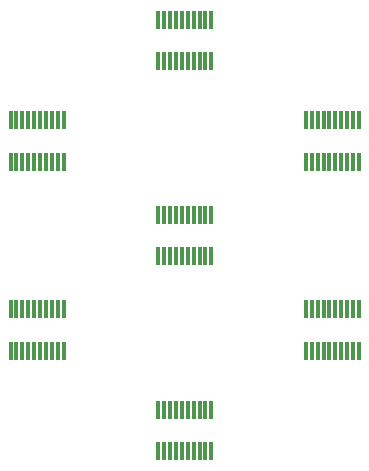
<source format=gbr>
G04 #@! TF.GenerationSoftware,KiCad,Pcbnew,(6.0.0-rc1-dev-305-gf0b8b2136)*
G04 #@! TF.CreationDate,2019-07-12T16:48:16-06:00*
G04 #@! TF.ProjectId,Gateway01,4761746577617930312E6B696361645F,rev?*
G04 #@! TF.SameCoordinates,Original*
G04 #@! TF.FileFunction,Paste,Top*
G04 #@! TF.FilePolarity,Positive*
%FSLAX46Y46*%
G04 Gerber Fmt 4.6, Leading zero omitted, Abs format (unit mm)*
G04 Created by KiCad (PCBNEW (6.0.0-rc1-dev-305-gf0b8b2136)) date 07/12/19 16:48:16*
%MOMM*%
%LPD*%
G01*
G04 APERTURE LIST*
%ADD10R,0.300000X1.500000*%
G04 APERTURE END LIST*
D10*
G04 #@! TO.C,U8*
X91562000Y-99750000D03*
X91562000Y-103250000D03*
X92062000Y-99750000D03*
X92062000Y-103250000D03*
X92562000Y-99750000D03*
X92562000Y-103250000D03*
X93062000Y-99750000D03*
X93062000Y-103250000D03*
X93562000Y-99750000D03*
X93562000Y-103250000D03*
X94062000Y-99750000D03*
X94062000Y-103250000D03*
X94562000Y-99750000D03*
X94562000Y-103250000D03*
X95062000Y-99750000D03*
X95062000Y-103250000D03*
X95562000Y-99750000D03*
X95562000Y-103250000D03*
X96062000Y-99750000D03*
X96062000Y-103250000D03*
G04 #@! TD*
G04 #@! TO.C,U2*
X91562000Y-83250000D03*
X91562000Y-86750000D03*
X92062000Y-83250000D03*
X92062000Y-86750000D03*
X92562000Y-83250000D03*
X92562000Y-86750000D03*
X93062000Y-83250000D03*
X93062000Y-86750000D03*
X93562000Y-83250000D03*
X93562000Y-86750000D03*
X94062000Y-83250000D03*
X94062000Y-86750000D03*
X94562000Y-83250000D03*
X94562000Y-86750000D03*
X95062000Y-83250000D03*
X95062000Y-86750000D03*
X95562000Y-83250000D03*
X95562000Y-86750000D03*
X96062000Y-83250000D03*
X96062000Y-86750000D03*
G04 #@! TD*
G04 #@! TO.C,U4*
X79062000Y-91750000D03*
X79062000Y-95250000D03*
X79562000Y-91750000D03*
X79562000Y-95250000D03*
X80062000Y-91750000D03*
X80062000Y-95250000D03*
X80562000Y-91750000D03*
X80562000Y-95250000D03*
X81062000Y-91750000D03*
X81062000Y-95250000D03*
X81562000Y-91750000D03*
X81562000Y-95250000D03*
X82062000Y-91750000D03*
X82062000Y-95250000D03*
X82562000Y-91750000D03*
X82562000Y-95250000D03*
X83062000Y-91750000D03*
X83062000Y-95250000D03*
X83562000Y-91750000D03*
X83562000Y-95250000D03*
G04 #@! TD*
G04 #@! TO.C,U6*
X104062000Y-91750000D03*
X104062000Y-95250000D03*
X104562000Y-91750000D03*
X104562000Y-95250000D03*
X105062000Y-91750000D03*
X105062000Y-95250000D03*
X105562000Y-91750000D03*
X105562000Y-95250000D03*
X106062000Y-91750000D03*
X106062000Y-95250000D03*
X106562000Y-91750000D03*
X106562000Y-95250000D03*
X107062000Y-91750000D03*
X107062000Y-95250000D03*
X107562000Y-91750000D03*
X107562000Y-95250000D03*
X108062000Y-91750000D03*
X108062000Y-95250000D03*
X108562000Y-91750000D03*
X108562000Y-95250000D03*
G04 #@! TD*
G04 #@! TO.C,U10*
X79062000Y-107750000D03*
X79062000Y-111250000D03*
X79562000Y-107750000D03*
X79562000Y-111250000D03*
X80062000Y-107750000D03*
X80062000Y-111250000D03*
X80562000Y-107750000D03*
X80562000Y-111250000D03*
X81062000Y-107750000D03*
X81062000Y-111250000D03*
X81562000Y-107750000D03*
X81562000Y-111250000D03*
X82062000Y-107750000D03*
X82062000Y-111250000D03*
X82562000Y-107750000D03*
X82562000Y-111250000D03*
X83062000Y-107750000D03*
X83062000Y-111250000D03*
X83562000Y-107750000D03*
X83562000Y-111250000D03*
G04 #@! TD*
G04 #@! TO.C,U14*
X91562000Y-116250000D03*
X91562000Y-119750000D03*
X92062000Y-116250000D03*
X92062000Y-119750000D03*
X92562000Y-116250000D03*
X92562000Y-119750000D03*
X93062000Y-116250000D03*
X93062000Y-119750000D03*
X93562000Y-116250000D03*
X93562000Y-119750000D03*
X94062000Y-116250000D03*
X94062000Y-119750000D03*
X94562000Y-116250000D03*
X94562000Y-119750000D03*
X95062000Y-116250000D03*
X95062000Y-119750000D03*
X95562000Y-116250000D03*
X95562000Y-119750000D03*
X96062000Y-116250000D03*
X96062000Y-119750000D03*
G04 #@! TD*
G04 #@! TO.C,U12*
X104062000Y-107750000D03*
X104062000Y-111250000D03*
X104562000Y-107750000D03*
X104562000Y-111250000D03*
X105062000Y-107750000D03*
X105062000Y-111250000D03*
X105562000Y-107750000D03*
X105562000Y-111250000D03*
X106062000Y-107750000D03*
X106062000Y-111250000D03*
X106562000Y-107750000D03*
X106562000Y-111250000D03*
X107062000Y-107750000D03*
X107062000Y-111250000D03*
X107562000Y-107750000D03*
X107562000Y-111250000D03*
X108062000Y-107750000D03*
X108062000Y-111250000D03*
X108562000Y-107750000D03*
X108562000Y-111250000D03*
G04 #@! TD*
M02*

</source>
